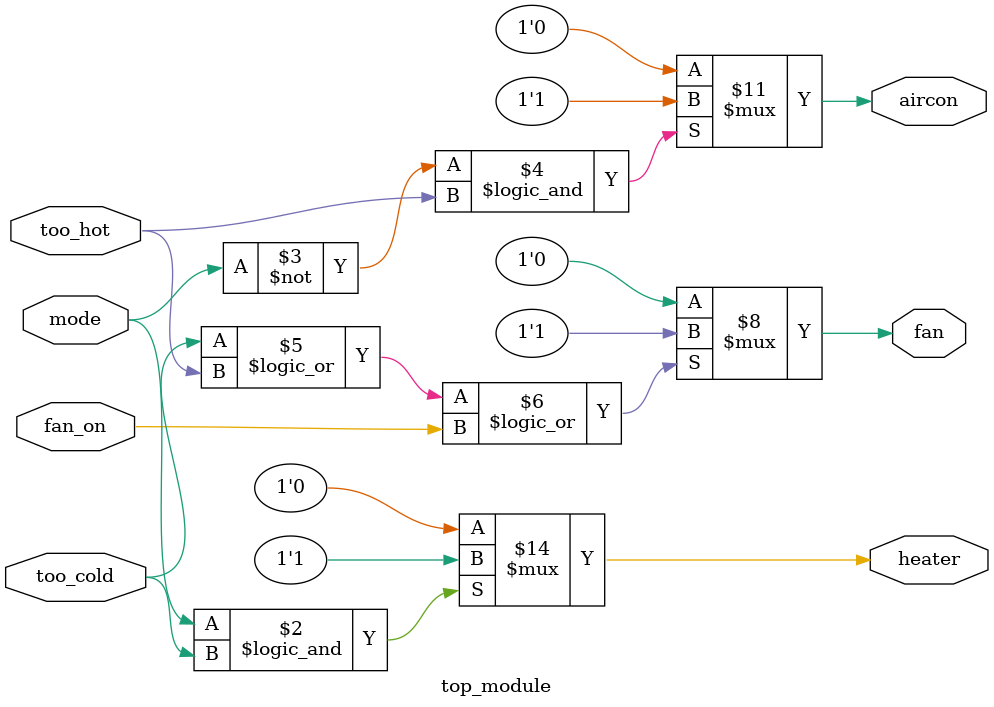
<source format=sv>
module top_module(
    input mode,
    input too_cold, 
    input too_hot,
    input fan_on,
    output reg heater,
    output reg aircon,
    output reg fan
);

always @(*) begin
    // Control heater
    if (mode && too_cold) begin
        heater = 1;
    end else begin
        heater = 0;
    end
    
    // Control air conditioner
    if (~mode && too_hot) begin
        aircon = 1;
    end else begin
        aircon = 0;
    end
    
    // Control fan
    if (too_cold || too_hot || fan_on) begin
        fan = 1;
    end else begin
        fan = 0;
    end
end

endmodule

</source>
